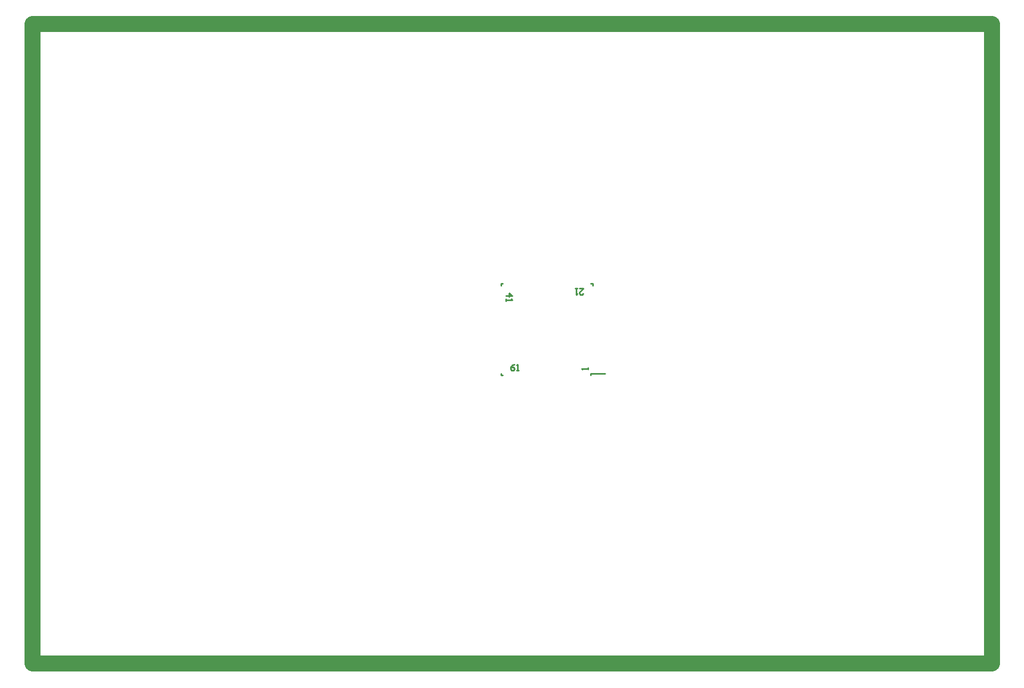
<source format=gm1>
G04 Layer_Color=16711935*
%FSAX24Y24*%
%MOIN*%
G70*
G01*
G75*
%ADD51C,0.0100*%
%ADD150C,0.1000*%
D51*
X039299Y033656D02*
Y033781D01*
X039424D01*
X044924D02*
X045049D01*
Y033656D02*
Y033781D01*
X039299Y028031D02*
Y028156D01*
Y028031D02*
X039424D01*
X044924D02*
Y028156D01*
X045799D01*
X040146Y028724D02*
X040021Y028662D01*
X039896Y028537D01*
Y028412D01*
X039959Y028349D01*
X040084D01*
X040146Y028412D01*
Y028474D01*
X040084Y028537D01*
X039896D01*
X040271Y028349D02*
X040396D01*
X040333D01*
Y028724D01*
X040271Y028662D01*
X039618Y032996D02*
X039993D01*
X039805Y033184D01*
Y032934D01*
X039618Y032809D02*
Y032684D01*
Y032746D01*
X039993D01*
X039930Y032809D01*
X044202Y033462D02*
X044452D01*
X044202Y033212D01*
Y033150D01*
X044264Y033087D01*
X044389D01*
X044452Y033150D01*
X044077Y033462D02*
X043952D01*
X044015D01*
Y033087D01*
X044077Y033150D01*
X044730Y028392D02*
Y028517D01*
Y028454D01*
X044355D01*
X044418Y028392D01*
D150*
X070000Y010000D02*
Y050000D01*
X010000Y010000D02*
Y050000D01*
X070000D01*
X010000Y010000D02*
X070000D01*
M02*

</source>
